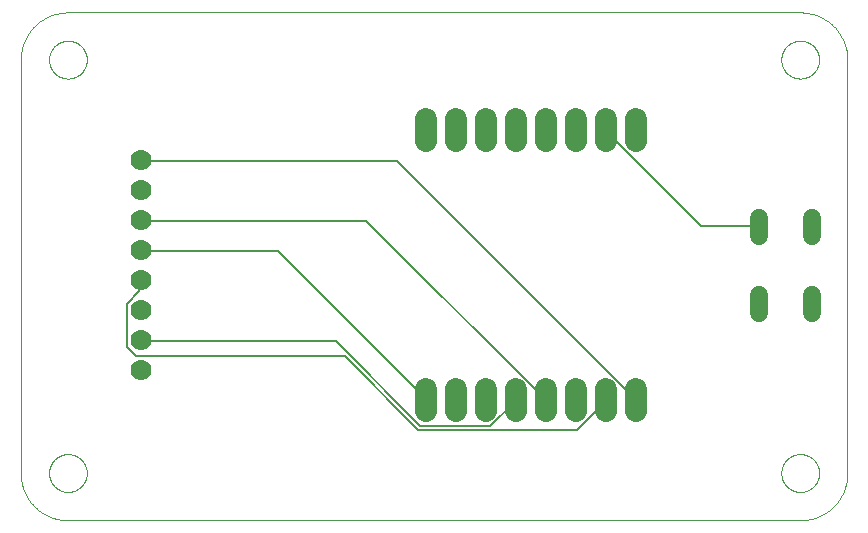
<source format=gtl>
G75*
%MOIN*%
%OFA0B0*%
%FSLAX25Y25*%
%IPPOS*%
%LPD*%
%AMOC8*
5,1,8,0,0,1.08239X$1,22.5*
%
%ADD10C,0.06000*%
%ADD11C,0.07000*%
%ADD12C,0.07200*%
%ADD13C,0.00000*%
%ADD14C,0.00600*%
D10*
X0293194Y0103356D02*
X0293194Y0109356D01*
X0310994Y0109356D02*
X0310994Y0103356D01*
X0310994Y0128956D02*
X0310994Y0134956D01*
X0293194Y0134956D02*
X0293194Y0128956D01*
D11*
X0087094Y0124156D03*
X0087094Y0114156D03*
X0087094Y0104156D03*
X0087094Y0094156D03*
X0087094Y0084156D03*
X0087094Y0134156D03*
X0087094Y0144156D03*
X0087094Y0154156D03*
D12*
X0182094Y0160556D02*
X0182094Y0167756D01*
X0192094Y0167756D02*
X0192094Y0160556D01*
X0202094Y0160556D02*
X0202094Y0167756D01*
X0212094Y0167756D02*
X0212094Y0160556D01*
X0222094Y0160556D02*
X0222094Y0167756D01*
X0232094Y0167756D02*
X0232094Y0160556D01*
X0242094Y0160556D02*
X0242094Y0167756D01*
X0252094Y0167756D02*
X0252094Y0160556D01*
X0252094Y0077756D02*
X0252094Y0070556D01*
X0242094Y0070556D02*
X0242094Y0077756D01*
X0232094Y0077756D02*
X0232094Y0070556D01*
X0222094Y0070556D02*
X0222094Y0077756D01*
X0212094Y0077756D02*
X0212094Y0070556D01*
X0202094Y0070556D02*
X0202094Y0077756D01*
X0192094Y0077756D02*
X0192094Y0070556D01*
X0182094Y0070556D02*
X0182094Y0077756D01*
D13*
X0062843Y0034156D02*
X0306937Y0034156D01*
X0300638Y0049904D02*
X0300640Y0050062D01*
X0300646Y0050220D01*
X0300656Y0050378D01*
X0300670Y0050536D01*
X0300688Y0050693D01*
X0300709Y0050850D01*
X0300735Y0051006D01*
X0300765Y0051162D01*
X0300798Y0051317D01*
X0300836Y0051470D01*
X0300877Y0051623D01*
X0300922Y0051775D01*
X0300971Y0051926D01*
X0301024Y0052075D01*
X0301080Y0052223D01*
X0301140Y0052369D01*
X0301204Y0052514D01*
X0301272Y0052657D01*
X0301343Y0052799D01*
X0301417Y0052939D01*
X0301495Y0053076D01*
X0301577Y0053212D01*
X0301661Y0053346D01*
X0301750Y0053477D01*
X0301841Y0053606D01*
X0301936Y0053733D01*
X0302033Y0053858D01*
X0302134Y0053980D01*
X0302238Y0054099D01*
X0302345Y0054216D01*
X0302455Y0054330D01*
X0302568Y0054441D01*
X0302683Y0054550D01*
X0302801Y0054655D01*
X0302922Y0054757D01*
X0303045Y0054857D01*
X0303171Y0054953D01*
X0303299Y0055046D01*
X0303429Y0055136D01*
X0303562Y0055222D01*
X0303697Y0055306D01*
X0303833Y0055385D01*
X0303972Y0055462D01*
X0304113Y0055534D01*
X0304255Y0055604D01*
X0304399Y0055669D01*
X0304545Y0055731D01*
X0304692Y0055789D01*
X0304841Y0055844D01*
X0304991Y0055895D01*
X0305142Y0055942D01*
X0305294Y0055985D01*
X0305447Y0056024D01*
X0305602Y0056060D01*
X0305757Y0056091D01*
X0305913Y0056119D01*
X0306069Y0056143D01*
X0306226Y0056163D01*
X0306384Y0056179D01*
X0306541Y0056191D01*
X0306700Y0056199D01*
X0306858Y0056203D01*
X0307016Y0056203D01*
X0307174Y0056199D01*
X0307333Y0056191D01*
X0307490Y0056179D01*
X0307648Y0056163D01*
X0307805Y0056143D01*
X0307961Y0056119D01*
X0308117Y0056091D01*
X0308272Y0056060D01*
X0308427Y0056024D01*
X0308580Y0055985D01*
X0308732Y0055942D01*
X0308883Y0055895D01*
X0309033Y0055844D01*
X0309182Y0055789D01*
X0309329Y0055731D01*
X0309475Y0055669D01*
X0309619Y0055604D01*
X0309761Y0055534D01*
X0309902Y0055462D01*
X0310041Y0055385D01*
X0310177Y0055306D01*
X0310312Y0055222D01*
X0310445Y0055136D01*
X0310575Y0055046D01*
X0310703Y0054953D01*
X0310829Y0054857D01*
X0310952Y0054757D01*
X0311073Y0054655D01*
X0311191Y0054550D01*
X0311306Y0054441D01*
X0311419Y0054330D01*
X0311529Y0054216D01*
X0311636Y0054099D01*
X0311740Y0053980D01*
X0311841Y0053858D01*
X0311938Y0053733D01*
X0312033Y0053606D01*
X0312124Y0053477D01*
X0312213Y0053346D01*
X0312297Y0053212D01*
X0312379Y0053076D01*
X0312457Y0052939D01*
X0312531Y0052799D01*
X0312602Y0052657D01*
X0312670Y0052514D01*
X0312734Y0052369D01*
X0312794Y0052223D01*
X0312850Y0052075D01*
X0312903Y0051926D01*
X0312952Y0051775D01*
X0312997Y0051623D01*
X0313038Y0051470D01*
X0313076Y0051317D01*
X0313109Y0051162D01*
X0313139Y0051006D01*
X0313165Y0050850D01*
X0313186Y0050693D01*
X0313204Y0050536D01*
X0313218Y0050378D01*
X0313228Y0050220D01*
X0313234Y0050062D01*
X0313236Y0049904D01*
X0313234Y0049746D01*
X0313228Y0049588D01*
X0313218Y0049430D01*
X0313204Y0049272D01*
X0313186Y0049115D01*
X0313165Y0048958D01*
X0313139Y0048802D01*
X0313109Y0048646D01*
X0313076Y0048491D01*
X0313038Y0048338D01*
X0312997Y0048185D01*
X0312952Y0048033D01*
X0312903Y0047882D01*
X0312850Y0047733D01*
X0312794Y0047585D01*
X0312734Y0047439D01*
X0312670Y0047294D01*
X0312602Y0047151D01*
X0312531Y0047009D01*
X0312457Y0046869D01*
X0312379Y0046732D01*
X0312297Y0046596D01*
X0312213Y0046462D01*
X0312124Y0046331D01*
X0312033Y0046202D01*
X0311938Y0046075D01*
X0311841Y0045950D01*
X0311740Y0045828D01*
X0311636Y0045709D01*
X0311529Y0045592D01*
X0311419Y0045478D01*
X0311306Y0045367D01*
X0311191Y0045258D01*
X0311073Y0045153D01*
X0310952Y0045051D01*
X0310829Y0044951D01*
X0310703Y0044855D01*
X0310575Y0044762D01*
X0310445Y0044672D01*
X0310312Y0044586D01*
X0310177Y0044502D01*
X0310041Y0044423D01*
X0309902Y0044346D01*
X0309761Y0044274D01*
X0309619Y0044204D01*
X0309475Y0044139D01*
X0309329Y0044077D01*
X0309182Y0044019D01*
X0309033Y0043964D01*
X0308883Y0043913D01*
X0308732Y0043866D01*
X0308580Y0043823D01*
X0308427Y0043784D01*
X0308272Y0043748D01*
X0308117Y0043717D01*
X0307961Y0043689D01*
X0307805Y0043665D01*
X0307648Y0043645D01*
X0307490Y0043629D01*
X0307333Y0043617D01*
X0307174Y0043609D01*
X0307016Y0043605D01*
X0306858Y0043605D01*
X0306700Y0043609D01*
X0306541Y0043617D01*
X0306384Y0043629D01*
X0306226Y0043645D01*
X0306069Y0043665D01*
X0305913Y0043689D01*
X0305757Y0043717D01*
X0305602Y0043748D01*
X0305447Y0043784D01*
X0305294Y0043823D01*
X0305142Y0043866D01*
X0304991Y0043913D01*
X0304841Y0043964D01*
X0304692Y0044019D01*
X0304545Y0044077D01*
X0304399Y0044139D01*
X0304255Y0044204D01*
X0304113Y0044274D01*
X0303972Y0044346D01*
X0303833Y0044423D01*
X0303697Y0044502D01*
X0303562Y0044586D01*
X0303429Y0044672D01*
X0303299Y0044762D01*
X0303171Y0044855D01*
X0303045Y0044951D01*
X0302922Y0045051D01*
X0302801Y0045153D01*
X0302683Y0045258D01*
X0302568Y0045367D01*
X0302455Y0045478D01*
X0302345Y0045592D01*
X0302238Y0045709D01*
X0302134Y0045828D01*
X0302033Y0045950D01*
X0301936Y0046075D01*
X0301841Y0046202D01*
X0301750Y0046331D01*
X0301661Y0046462D01*
X0301577Y0046596D01*
X0301495Y0046732D01*
X0301417Y0046869D01*
X0301343Y0047009D01*
X0301272Y0047151D01*
X0301204Y0047294D01*
X0301140Y0047439D01*
X0301080Y0047585D01*
X0301024Y0047733D01*
X0300971Y0047882D01*
X0300922Y0048033D01*
X0300877Y0048185D01*
X0300836Y0048338D01*
X0300798Y0048491D01*
X0300765Y0048646D01*
X0300735Y0048802D01*
X0300709Y0048958D01*
X0300688Y0049115D01*
X0300670Y0049272D01*
X0300656Y0049430D01*
X0300646Y0049588D01*
X0300640Y0049746D01*
X0300638Y0049904D01*
X0306937Y0034156D02*
X0307318Y0034161D01*
X0307698Y0034174D01*
X0308078Y0034197D01*
X0308457Y0034230D01*
X0308835Y0034271D01*
X0309212Y0034321D01*
X0309588Y0034381D01*
X0309963Y0034449D01*
X0310335Y0034527D01*
X0310706Y0034614D01*
X0311074Y0034709D01*
X0311440Y0034814D01*
X0311803Y0034927D01*
X0312164Y0035049D01*
X0312521Y0035179D01*
X0312875Y0035319D01*
X0313226Y0035466D01*
X0313573Y0035623D01*
X0313916Y0035787D01*
X0314255Y0035960D01*
X0314590Y0036141D01*
X0314921Y0036330D01*
X0315246Y0036527D01*
X0315567Y0036731D01*
X0315883Y0036944D01*
X0316193Y0037164D01*
X0316499Y0037391D01*
X0316798Y0037626D01*
X0317092Y0037868D01*
X0317380Y0038116D01*
X0317662Y0038372D01*
X0317937Y0038635D01*
X0318206Y0038904D01*
X0318469Y0039179D01*
X0318725Y0039461D01*
X0318973Y0039749D01*
X0319215Y0040043D01*
X0319450Y0040342D01*
X0319677Y0040648D01*
X0319897Y0040958D01*
X0320110Y0041274D01*
X0320314Y0041595D01*
X0320511Y0041920D01*
X0320700Y0042251D01*
X0320881Y0042586D01*
X0321054Y0042925D01*
X0321218Y0043268D01*
X0321375Y0043615D01*
X0321522Y0043966D01*
X0321662Y0044320D01*
X0321792Y0044677D01*
X0321914Y0045038D01*
X0322027Y0045401D01*
X0322132Y0045767D01*
X0322227Y0046135D01*
X0322314Y0046506D01*
X0322392Y0046878D01*
X0322460Y0047253D01*
X0322520Y0047629D01*
X0322570Y0048006D01*
X0322611Y0048384D01*
X0322644Y0048763D01*
X0322667Y0049143D01*
X0322680Y0049523D01*
X0322685Y0049904D01*
X0322685Y0187699D01*
X0300638Y0187699D02*
X0300640Y0187857D01*
X0300646Y0188015D01*
X0300656Y0188173D01*
X0300670Y0188331D01*
X0300688Y0188488D01*
X0300709Y0188645D01*
X0300735Y0188801D01*
X0300765Y0188957D01*
X0300798Y0189112D01*
X0300836Y0189265D01*
X0300877Y0189418D01*
X0300922Y0189570D01*
X0300971Y0189721D01*
X0301024Y0189870D01*
X0301080Y0190018D01*
X0301140Y0190164D01*
X0301204Y0190309D01*
X0301272Y0190452D01*
X0301343Y0190594D01*
X0301417Y0190734D01*
X0301495Y0190871D01*
X0301577Y0191007D01*
X0301661Y0191141D01*
X0301750Y0191272D01*
X0301841Y0191401D01*
X0301936Y0191528D01*
X0302033Y0191653D01*
X0302134Y0191775D01*
X0302238Y0191894D01*
X0302345Y0192011D01*
X0302455Y0192125D01*
X0302568Y0192236D01*
X0302683Y0192345D01*
X0302801Y0192450D01*
X0302922Y0192552D01*
X0303045Y0192652D01*
X0303171Y0192748D01*
X0303299Y0192841D01*
X0303429Y0192931D01*
X0303562Y0193017D01*
X0303697Y0193101D01*
X0303833Y0193180D01*
X0303972Y0193257D01*
X0304113Y0193329D01*
X0304255Y0193399D01*
X0304399Y0193464D01*
X0304545Y0193526D01*
X0304692Y0193584D01*
X0304841Y0193639D01*
X0304991Y0193690D01*
X0305142Y0193737D01*
X0305294Y0193780D01*
X0305447Y0193819D01*
X0305602Y0193855D01*
X0305757Y0193886D01*
X0305913Y0193914D01*
X0306069Y0193938D01*
X0306226Y0193958D01*
X0306384Y0193974D01*
X0306541Y0193986D01*
X0306700Y0193994D01*
X0306858Y0193998D01*
X0307016Y0193998D01*
X0307174Y0193994D01*
X0307333Y0193986D01*
X0307490Y0193974D01*
X0307648Y0193958D01*
X0307805Y0193938D01*
X0307961Y0193914D01*
X0308117Y0193886D01*
X0308272Y0193855D01*
X0308427Y0193819D01*
X0308580Y0193780D01*
X0308732Y0193737D01*
X0308883Y0193690D01*
X0309033Y0193639D01*
X0309182Y0193584D01*
X0309329Y0193526D01*
X0309475Y0193464D01*
X0309619Y0193399D01*
X0309761Y0193329D01*
X0309902Y0193257D01*
X0310041Y0193180D01*
X0310177Y0193101D01*
X0310312Y0193017D01*
X0310445Y0192931D01*
X0310575Y0192841D01*
X0310703Y0192748D01*
X0310829Y0192652D01*
X0310952Y0192552D01*
X0311073Y0192450D01*
X0311191Y0192345D01*
X0311306Y0192236D01*
X0311419Y0192125D01*
X0311529Y0192011D01*
X0311636Y0191894D01*
X0311740Y0191775D01*
X0311841Y0191653D01*
X0311938Y0191528D01*
X0312033Y0191401D01*
X0312124Y0191272D01*
X0312213Y0191141D01*
X0312297Y0191007D01*
X0312379Y0190871D01*
X0312457Y0190734D01*
X0312531Y0190594D01*
X0312602Y0190452D01*
X0312670Y0190309D01*
X0312734Y0190164D01*
X0312794Y0190018D01*
X0312850Y0189870D01*
X0312903Y0189721D01*
X0312952Y0189570D01*
X0312997Y0189418D01*
X0313038Y0189265D01*
X0313076Y0189112D01*
X0313109Y0188957D01*
X0313139Y0188801D01*
X0313165Y0188645D01*
X0313186Y0188488D01*
X0313204Y0188331D01*
X0313218Y0188173D01*
X0313228Y0188015D01*
X0313234Y0187857D01*
X0313236Y0187699D01*
X0313234Y0187541D01*
X0313228Y0187383D01*
X0313218Y0187225D01*
X0313204Y0187067D01*
X0313186Y0186910D01*
X0313165Y0186753D01*
X0313139Y0186597D01*
X0313109Y0186441D01*
X0313076Y0186286D01*
X0313038Y0186133D01*
X0312997Y0185980D01*
X0312952Y0185828D01*
X0312903Y0185677D01*
X0312850Y0185528D01*
X0312794Y0185380D01*
X0312734Y0185234D01*
X0312670Y0185089D01*
X0312602Y0184946D01*
X0312531Y0184804D01*
X0312457Y0184664D01*
X0312379Y0184527D01*
X0312297Y0184391D01*
X0312213Y0184257D01*
X0312124Y0184126D01*
X0312033Y0183997D01*
X0311938Y0183870D01*
X0311841Y0183745D01*
X0311740Y0183623D01*
X0311636Y0183504D01*
X0311529Y0183387D01*
X0311419Y0183273D01*
X0311306Y0183162D01*
X0311191Y0183053D01*
X0311073Y0182948D01*
X0310952Y0182846D01*
X0310829Y0182746D01*
X0310703Y0182650D01*
X0310575Y0182557D01*
X0310445Y0182467D01*
X0310312Y0182381D01*
X0310177Y0182297D01*
X0310041Y0182218D01*
X0309902Y0182141D01*
X0309761Y0182069D01*
X0309619Y0181999D01*
X0309475Y0181934D01*
X0309329Y0181872D01*
X0309182Y0181814D01*
X0309033Y0181759D01*
X0308883Y0181708D01*
X0308732Y0181661D01*
X0308580Y0181618D01*
X0308427Y0181579D01*
X0308272Y0181543D01*
X0308117Y0181512D01*
X0307961Y0181484D01*
X0307805Y0181460D01*
X0307648Y0181440D01*
X0307490Y0181424D01*
X0307333Y0181412D01*
X0307174Y0181404D01*
X0307016Y0181400D01*
X0306858Y0181400D01*
X0306700Y0181404D01*
X0306541Y0181412D01*
X0306384Y0181424D01*
X0306226Y0181440D01*
X0306069Y0181460D01*
X0305913Y0181484D01*
X0305757Y0181512D01*
X0305602Y0181543D01*
X0305447Y0181579D01*
X0305294Y0181618D01*
X0305142Y0181661D01*
X0304991Y0181708D01*
X0304841Y0181759D01*
X0304692Y0181814D01*
X0304545Y0181872D01*
X0304399Y0181934D01*
X0304255Y0181999D01*
X0304113Y0182069D01*
X0303972Y0182141D01*
X0303833Y0182218D01*
X0303697Y0182297D01*
X0303562Y0182381D01*
X0303429Y0182467D01*
X0303299Y0182557D01*
X0303171Y0182650D01*
X0303045Y0182746D01*
X0302922Y0182846D01*
X0302801Y0182948D01*
X0302683Y0183053D01*
X0302568Y0183162D01*
X0302455Y0183273D01*
X0302345Y0183387D01*
X0302238Y0183504D01*
X0302134Y0183623D01*
X0302033Y0183745D01*
X0301936Y0183870D01*
X0301841Y0183997D01*
X0301750Y0184126D01*
X0301661Y0184257D01*
X0301577Y0184391D01*
X0301495Y0184527D01*
X0301417Y0184664D01*
X0301343Y0184804D01*
X0301272Y0184946D01*
X0301204Y0185089D01*
X0301140Y0185234D01*
X0301080Y0185380D01*
X0301024Y0185528D01*
X0300971Y0185677D01*
X0300922Y0185828D01*
X0300877Y0185980D01*
X0300836Y0186133D01*
X0300798Y0186286D01*
X0300765Y0186441D01*
X0300735Y0186597D01*
X0300709Y0186753D01*
X0300688Y0186910D01*
X0300670Y0187067D01*
X0300656Y0187225D01*
X0300646Y0187383D01*
X0300640Y0187541D01*
X0300638Y0187699D01*
X0306937Y0203447D02*
X0307318Y0203442D01*
X0307698Y0203429D01*
X0308078Y0203406D01*
X0308457Y0203373D01*
X0308835Y0203332D01*
X0309212Y0203282D01*
X0309588Y0203222D01*
X0309963Y0203154D01*
X0310335Y0203076D01*
X0310706Y0202989D01*
X0311074Y0202894D01*
X0311440Y0202789D01*
X0311803Y0202676D01*
X0312164Y0202554D01*
X0312521Y0202424D01*
X0312875Y0202284D01*
X0313226Y0202137D01*
X0313573Y0201980D01*
X0313916Y0201816D01*
X0314255Y0201643D01*
X0314590Y0201462D01*
X0314921Y0201273D01*
X0315246Y0201076D01*
X0315567Y0200872D01*
X0315883Y0200659D01*
X0316193Y0200439D01*
X0316499Y0200212D01*
X0316798Y0199977D01*
X0317092Y0199735D01*
X0317380Y0199487D01*
X0317662Y0199231D01*
X0317937Y0198968D01*
X0318206Y0198699D01*
X0318469Y0198424D01*
X0318725Y0198142D01*
X0318973Y0197854D01*
X0319215Y0197560D01*
X0319450Y0197261D01*
X0319677Y0196955D01*
X0319897Y0196645D01*
X0320110Y0196329D01*
X0320314Y0196008D01*
X0320511Y0195683D01*
X0320700Y0195352D01*
X0320881Y0195017D01*
X0321054Y0194678D01*
X0321218Y0194335D01*
X0321375Y0193988D01*
X0321522Y0193637D01*
X0321662Y0193283D01*
X0321792Y0192926D01*
X0321914Y0192565D01*
X0322027Y0192202D01*
X0322132Y0191836D01*
X0322227Y0191468D01*
X0322314Y0191097D01*
X0322392Y0190725D01*
X0322460Y0190350D01*
X0322520Y0189974D01*
X0322570Y0189597D01*
X0322611Y0189219D01*
X0322644Y0188840D01*
X0322667Y0188460D01*
X0322680Y0188080D01*
X0322685Y0187699D01*
X0306937Y0203448D02*
X0062843Y0203448D01*
X0056544Y0187699D02*
X0056546Y0187857D01*
X0056552Y0188015D01*
X0056562Y0188173D01*
X0056576Y0188331D01*
X0056594Y0188488D01*
X0056615Y0188645D01*
X0056641Y0188801D01*
X0056671Y0188957D01*
X0056704Y0189112D01*
X0056742Y0189265D01*
X0056783Y0189418D01*
X0056828Y0189570D01*
X0056877Y0189721D01*
X0056930Y0189870D01*
X0056986Y0190018D01*
X0057046Y0190164D01*
X0057110Y0190309D01*
X0057178Y0190452D01*
X0057249Y0190594D01*
X0057323Y0190734D01*
X0057401Y0190871D01*
X0057483Y0191007D01*
X0057567Y0191141D01*
X0057656Y0191272D01*
X0057747Y0191401D01*
X0057842Y0191528D01*
X0057939Y0191653D01*
X0058040Y0191775D01*
X0058144Y0191894D01*
X0058251Y0192011D01*
X0058361Y0192125D01*
X0058474Y0192236D01*
X0058589Y0192345D01*
X0058707Y0192450D01*
X0058828Y0192552D01*
X0058951Y0192652D01*
X0059077Y0192748D01*
X0059205Y0192841D01*
X0059335Y0192931D01*
X0059468Y0193017D01*
X0059603Y0193101D01*
X0059739Y0193180D01*
X0059878Y0193257D01*
X0060019Y0193329D01*
X0060161Y0193399D01*
X0060305Y0193464D01*
X0060451Y0193526D01*
X0060598Y0193584D01*
X0060747Y0193639D01*
X0060897Y0193690D01*
X0061048Y0193737D01*
X0061200Y0193780D01*
X0061353Y0193819D01*
X0061508Y0193855D01*
X0061663Y0193886D01*
X0061819Y0193914D01*
X0061975Y0193938D01*
X0062132Y0193958D01*
X0062290Y0193974D01*
X0062447Y0193986D01*
X0062606Y0193994D01*
X0062764Y0193998D01*
X0062922Y0193998D01*
X0063080Y0193994D01*
X0063239Y0193986D01*
X0063396Y0193974D01*
X0063554Y0193958D01*
X0063711Y0193938D01*
X0063867Y0193914D01*
X0064023Y0193886D01*
X0064178Y0193855D01*
X0064333Y0193819D01*
X0064486Y0193780D01*
X0064638Y0193737D01*
X0064789Y0193690D01*
X0064939Y0193639D01*
X0065088Y0193584D01*
X0065235Y0193526D01*
X0065381Y0193464D01*
X0065525Y0193399D01*
X0065667Y0193329D01*
X0065808Y0193257D01*
X0065947Y0193180D01*
X0066083Y0193101D01*
X0066218Y0193017D01*
X0066351Y0192931D01*
X0066481Y0192841D01*
X0066609Y0192748D01*
X0066735Y0192652D01*
X0066858Y0192552D01*
X0066979Y0192450D01*
X0067097Y0192345D01*
X0067212Y0192236D01*
X0067325Y0192125D01*
X0067435Y0192011D01*
X0067542Y0191894D01*
X0067646Y0191775D01*
X0067747Y0191653D01*
X0067844Y0191528D01*
X0067939Y0191401D01*
X0068030Y0191272D01*
X0068119Y0191141D01*
X0068203Y0191007D01*
X0068285Y0190871D01*
X0068363Y0190734D01*
X0068437Y0190594D01*
X0068508Y0190452D01*
X0068576Y0190309D01*
X0068640Y0190164D01*
X0068700Y0190018D01*
X0068756Y0189870D01*
X0068809Y0189721D01*
X0068858Y0189570D01*
X0068903Y0189418D01*
X0068944Y0189265D01*
X0068982Y0189112D01*
X0069015Y0188957D01*
X0069045Y0188801D01*
X0069071Y0188645D01*
X0069092Y0188488D01*
X0069110Y0188331D01*
X0069124Y0188173D01*
X0069134Y0188015D01*
X0069140Y0187857D01*
X0069142Y0187699D01*
X0069140Y0187541D01*
X0069134Y0187383D01*
X0069124Y0187225D01*
X0069110Y0187067D01*
X0069092Y0186910D01*
X0069071Y0186753D01*
X0069045Y0186597D01*
X0069015Y0186441D01*
X0068982Y0186286D01*
X0068944Y0186133D01*
X0068903Y0185980D01*
X0068858Y0185828D01*
X0068809Y0185677D01*
X0068756Y0185528D01*
X0068700Y0185380D01*
X0068640Y0185234D01*
X0068576Y0185089D01*
X0068508Y0184946D01*
X0068437Y0184804D01*
X0068363Y0184664D01*
X0068285Y0184527D01*
X0068203Y0184391D01*
X0068119Y0184257D01*
X0068030Y0184126D01*
X0067939Y0183997D01*
X0067844Y0183870D01*
X0067747Y0183745D01*
X0067646Y0183623D01*
X0067542Y0183504D01*
X0067435Y0183387D01*
X0067325Y0183273D01*
X0067212Y0183162D01*
X0067097Y0183053D01*
X0066979Y0182948D01*
X0066858Y0182846D01*
X0066735Y0182746D01*
X0066609Y0182650D01*
X0066481Y0182557D01*
X0066351Y0182467D01*
X0066218Y0182381D01*
X0066083Y0182297D01*
X0065947Y0182218D01*
X0065808Y0182141D01*
X0065667Y0182069D01*
X0065525Y0181999D01*
X0065381Y0181934D01*
X0065235Y0181872D01*
X0065088Y0181814D01*
X0064939Y0181759D01*
X0064789Y0181708D01*
X0064638Y0181661D01*
X0064486Y0181618D01*
X0064333Y0181579D01*
X0064178Y0181543D01*
X0064023Y0181512D01*
X0063867Y0181484D01*
X0063711Y0181460D01*
X0063554Y0181440D01*
X0063396Y0181424D01*
X0063239Y0181412D01*
X0063080Y0181404D01*
X0062922Y0181400D01*
X0062764Y0181400D01*
X0062606Y0181404D01*
X0062447Y0181412D01*
X0062290Y0181424D01*
X0062132Y0181440D01*
X0061975Y0181460D01*
X0061819Y0181484D01*
X0061663Y0181512D01*
X0061508Y0181543D01*
X0061353Y0181579D01*
X0061200Y0181618D01*
X0061048Y0181661D01*
X0060897Y0181708D01*
X0060747Y0181759D01*
X0060598Y0181814D01*
X0060451Y0181872D01*
X0060305Y0181934D01*
X0060161Y0181999D01*
X0060019Y0182069D01*
X0059878Y0182141D01*
X0059739Y0182218D01*
X0059603Y0182297D01*
X0059468Y0182381D01*
X0059335Y0182467D01*
X0059205Y0182557D01*
X0059077Y0182650D01*
X0058951Y0182746D01*
X0058828Y0182846D01*
X0058707Y0182948D01*
X0058589Y0183053D01*
X0058474Y0183162D01*
X0058361Y0183273D01*
X0058251Y0183387D01*
X0058144Y0183504D01*
X0058040Y0183623D01*
X0057939Y0183745D01*
X0057842Y0183870D01*
X0057747Y0183997D01*
X0057656Y0184126D01*
X0057567Y0184257D01*
X0057483Y0184391D01*
X0057401Y0184527D01*
X0057323Y0184664D01*
X0057249Y0184804D01*
X0057178Y0184946D01*
X0057110Y0185089D01*
X0057046Y0185234D01*
X0056986Y0185380D01*
X0056930Y0185528D01*
X0056877Y0185677D01*
X0056828Y0185828D01*
X0056783Y0185980D01*
X0056742Y0186133D01*
X0056704Y0186286D01*
X0056671Y0186441D01*
X0056641Y0186597D01*
X0056615Y0186753D01*
X0056594Y0186910D01*
X0056576Y0187067D01*
X0056562Y0187225D01*
X0056552Y0187383D01*
X0056546Y0187541D01*
X0056544Y0187699D01*
X0047095Y0187699D02*
X0047100Y0188080D01*
X0047113Y0188460D01*
X0047136Y0188840D01*
X0047169Y0189219D01*
X0047210Y0189597D01*
X0047260Y0189974D01*
X0047320Y0190350D01*
X0047388Y0190725D01*
X0047466Y0191097D01*
X0047553Y0191468D01*
X0047648Y0191836D01*
X0047753Y0192202D01*
X0047866Y0192565D01*
X0047988Y0192926D01*
X0048118Y0193283D01*
X0048258Y0193637D01*
X0048405Y0193988D01*
X0048562Y0194335D01*
X0048726Y0194678D01*
X0048899Y0195017D01*
X0049080Y0195352D01*
X0049269Y0195683D01*
X0049466Y0196008D01*
X0049670Y0196329D01*
X0049883Y0196645D01*
X0050103Y0196955D01*
X0050330Y0197261D01*
X0050565Y0197560D01*
X0050807Y0197854D01*
X0051055Y0198142D01*
X0051311Y0198424D01*
X0051574Y0198699D01*
X0051843Y0198968D01*
X0052118Y0199231D01*
X0052400Y0199487D01*
X0052688Y0199735D01*
X0052982Y0199977D01*
X0053281Y0200212D01*
X0053587Y0200439D01*
X0053897Y0200659D01*
X0054213Y0200872D01*
X0054534Y0201076D01*
X0054859Y0201273D01*
X0055190Y0201462D01*
X0055525Y0201643D01*
X0055864Y0201816D01*
X0056207Y0201980D01*
X0056554Y0202137D01*
X0056905Y0202284D01*
X0057259Y0202424D01*
X0057616Y0202554D01*
X0057977Y0202676D01*
X0058340Y0202789D01*
X0058706Y0202894D01*
X0059074Y0202989D01*
X0059445Y0203076D01*
X0059817Y0203154D01*
X0060192Y0203222D01*
X0060568Y0203282D01*
X0060945Y0203332D01*
X0061323Y0203373D01*
X0061702Y0203406D01*
X0062082Y0203429D01*
X0062462Y0203442D01*
X0062843Y0203447D01*
X0047094Y0187699D02*
X0047094Y0049904D01*
X0056544Y0049904D02*
X0056546Y0050062D01*
X0056552Y0050220D01*
X0056562Y0050378D01*
X0056576Y0050536D01*
X0056594Y0050693D01*
X0056615Y0050850D01*
X0056641Y0051006D01*
X0056671Y0051162D01*
X0056704Y0051317D01*
X0056742Y0051470D01*
X0056783Y0051623D01*
X0056828Y0051775D01*
X0056877Y0051926D01*
X0056930Y0052075D01*
X0056986Y0052223D01*
X0057046Y0052369D01*
X0057110Y0052514D01*
X0057178Y0052657D01*
X0057249Y0052799D01*
X0057323Y0052939D01*
X0057401Y0053076D01*
X0057483Y0053212D01*
X0057567Y0053346D01*
X0057656Y0053477D01*
X0057747Y0053606D01*
X0057842Y0053733D01*
X0057939Y0053858D01*
X0058040Y0053980D01*
X0058144Y0054099D01*
X0058251Y0054216D01*
X0058361Y0054330D01*
X0058474Y0054441D01*
X0058589Y0054550D01*
X0058707Y0054655D01*
X0058828Y0054757D01*
X0058951Y0054857D01*
X0059077Y0054953D01*
X0059205Y0055046D01*
X0059335Y0055136D01*
X0059468Y0055222D01*
X0059603Y0055306D01*
X0059739Y0055385D01*
X0059878Y0055462D01*
X0060019Y0055534D01*
X0060161Y0055604D01*
X0060305Y0055669D01*
X0060451Y0055731D01*
X0060598Y0055789D01*
X0060747Y0055844D01*
X0060897Y0055895D01*
X0061048Y0055942D01*
X0061200Y0055985D01*
X0061353Y0056024D01*
X0061508Y0056060D01*
X0061663Y0056091D01*
X0061819Y0056119D01*
X0061975Y0056143D01*
X0062132Y0056163D01*
X0062290Y0056179D01*
X0062447Y0056191D01*
X0062606Y0056199D01*
X0062764Y0056203D01*
X0062922Y0056203D01*
X0063080Y0056199D01*
X0063239Y0056191D01*
X0063396Y0056179D01*
X0063554Y0056163D01*
X0063711Y0056143D01*
X0063867Y0056119D01*
X0064023Y0056091D01*
X0064178Y0056060D01*
X0064333Y0056024D01*
X0064486Y0055985D01*
X0064638Y0055942D01*
X0064789Y0055895D01*
X0064939Y0055844D01*
X0065088Y0055789D01*
X0065235Y0055731D01*
X0065381Y0055669D01*
X0065525Y0055604D01*
X0065667Y0055534D01*
X0065808Y0055462D01*
X0065947Y0055385D01*
X0066083Y0055306D01*
X0066218Y0055222D01*
X0066351Y0055136D01*
X0066481Y0055046D01*
X0066609Y0054953D01*
X0066735Y0054857D01*
X0066858Y0054757D01*
X0066979Y0054655D01*
X0067097Y0054550D01*
X0067212Y0054441D01*
X0067325Y0054330D01*
X0067435Y0054216D01*
X0067542Y0054099D01*
X0067646Y0053980D01*
X0067747Y0053858D01*
X0067844Y0053733D01*
X0067939Y0053606D01*
X0068030Y0053477D01*
X0068119Y0053346D01*
X0068203Y0053212D01*
X0068285Y0053076D01*
X0068363Y0052939D01*
X0068437Y0052799D01*
X0068508Y0052657D01*
X0068576Y0052514D01*
X0068640Y0052369D01*
X0068700Y0052223D01*
X0068756Y0052075D01*
X0068809Y0051926D01*
X0068858Y0051775D01*
X0068903Y0051623D01*
X0068944Y0051470D01*
X0068982Y0051317D01*
X0069015Y0051162D01*
X0069045Y0051006D01*
X0069071Y0050850D01*
X0069092Y0050693D01*
X0069110Y0050536D01*
X0069124Y0050378D01*
X0069134Y0050220D01*
X0069140Y0050062D01*
X0069142Y0049904D01*
X0069140Y0049746D01*
X0069134Y0049588D01*
X0069124Y0049430D01*
X0069110Y0049272D01*
X0069092Y0049115D01*
X0069071Y0048958D01*
X0069045Y0048802D01*
X0069015Y0048646D01*
X0068982Y0048491D01*
X0068944Y0048338D01*
X0068903Y0048185D01*
X0068858Y0048033D01*
X0068809Y0047882D01*
X0068756Y0047733D01*
X0068700Y0047585D01*
X0068640Y0047439D01*
X0068576Y0047294D01*
X0068508Y0047151D01*
X0068437Y0047009D01*
X0068363Y0046869D01*
X0068285Y0046732D01*
X0068203Y0046596D01*
X0068119Y0046462D01*
X0068030Y0046331D01*
X0067939Y0046202D01*
X0067844Y0046075D01*
X0067747Y0045950D01*
X0067646Y0045828D01*
X0067542Y0045709D01*
X0067435Y0045592D01*
X0067325Y0045478D01*
X0067212Y0045367D01*
X0067097Y0045258D01*
X0066979Y0045153D01*
X0066858Y0045051D01*
X0066735Y0044951D01*
X0066609Y0044855D01*
X0066481Y0044762D01*
X0066351Y0044672D01*
X0066218Y0044586D01*
X0066083Y0044502D01*
X0065947Y0044423D01*
X0065808Y0044346D01*
X0065667Y0044274D01*
X0065525Y0044204D01*
X0065381Y0044139D01*
X0065235Y0044077D01*
X0065088Y0044019D01*
X0064939Y0043964D01*
X0064789Y0043913D01*
X0064638Y0043866D01*
X0064486Y0043823D01*
X0064333Y0043784D01*
X0064178Y0043748D01*
X0064023Y0043717D01*
X0063867Y0043689D01*
X0063711Y0043665D01*
X0063554Y0043645D01*
X0063396Y0043629D01*
X0063239Y0043617D01*
X0063080Y0043609D01*
X0062922Y0043605D01*
X0062764Y0043605D01*
X0062606Y0043609D01*
X0062447Y0043617D01*
X0062290Y0043629D01*
X0062132Y0043645D01*
X0061975Y0043665D01*
X0061819Y0043689D01*
X0061663Y0043717D01*
X0061508Y0043748D01*
X0061353Y0043784D01*
X0061200Y0043823D01*
X0061048Y0043866D01*
X0060897Y0043913D01*
X0060747Y0043964D01*
X0060598Y0044019D01*
X0060451Y0044077D01*
X0060305Y0044139D01*
X0060161Y0044204D01*
X0060019Y0044274D01*
X0059878Y0044346D01*
X0059739Y0044423D01*
X0059603Y0044502D01*
X0059468Y0044586D01*
X0059335Y0044672D01*
X0059205Y0044762D01*
X0059077Y0044855D01*
X0058951Y0044951D01*
X0058828Y0045051D01*
X0058707Y0045153D01*
X0058589Y0045258D01*
X0058474Y0045367D01*
X0058361Y0045478D01*
X0058251Y0045592D01*
X0058144Y0045709D01*
X0058040Y0045828D01*
X0057939Y0045950D01*
X0057842Y0046075D01*
X0057747Y0046202D01*
X0057656Y0046331D01*
X0057567Y0046462D01*
X0057483Y0046596D01*
X0057401Y0046732D01*
X0057323Y0046869D01*
X0057249Y0047009D01*
X0057178Y0047151D01*
X0057110Y0047294D01*
X0057046Y0047439D01*
X0056986Y0047585D01*
X0056930Y0047733D01*
X0056877Y0047882D01*
X0056828Y0048033D01*
X0056783Y0048185D01*
X0056742Y0048338D01*
X0056704Y0048491D01*
X0056671Y0048646D01*
X0056641Y0048802D01*
X0056615Y0048958D01*
X0056594Y0049115D01*
X0056576Y0049272D01*
X0056562Y0049430D01*
X0056552Y0049588D01*
X0056546Y0049746D01*
X0056544Y0049904D01*
X0047095Y0049904D02*
X0047100Y0049523D01*
X0047113Y0049143D01*
X0047136Y0048763D01*
X0047169Y0048384D01*
X0047210Y0048006D01*
X0047260Y0047629D01*
X0047320Y0047253D01*
X0047388Y0046878D01*
X0047466Y0046506D01*
X0047553Y0046135D01*
X0047648Y0045767D01*
X0047753Y0045401D01*
X0047866Y0045038D01*
X0047988Y0044677D01*
X0048118Y0044320D01*
X0048258Y0043966D01*
X0048405Y0043615D01*
X0048562Y0043268D01*
X0048726Y0042925D01*
X0048899Y0042586D01*
X0049080Y0042251D01*
X0049269Y0041920D01*
X0049466Y0041595D01*
X0049670Y0041274D01*
X0049883Y0040958D01*
X0050103Y0040648D01*
X0050330Y0040342D01*
X0050565Y0040043D01*
X0050807Y0039749D01*
X0051055Y0039461D01*
X0051311Y0039179D01*
X0051574Y0038904D01*
X0051843Y0038635D01*
X0052118Y0038372D01*
X0052400Y0038116D01*
X0052688Y0037868D01*
X0052982Y0037626D01*
X0053281Y0037391D01*
X0053587Y0037164D01*
X0053897Y0036944D01*
X0054213Y0036731D01*
X0054534Y0036527D01*
X0054859Y0036330D01*
X0055190Y0036141D01*
X0055525Y0035960D01*
X0055864Y0035787D01*
X0056207Y0035623D01*
X0056554Y0035466D01*
X0056905Y0035319D01*
X0057259Y0035179D01*
X0057616Y0035049D01*
X0057977Y0034927D01*
X0058340Y0034814D01*
X0058706Y0034709D01*
X0059074Y0034614D01*
X0059445Y0034527D01*
X0059817Y0034449D01*
X0060192Y0034381D01*
X0060568Y0034321D01*
X0060945Y0034271D01*
X0061323Y0034230D01*
X0061702Y0034197D01*
X0062082Y0034174D01*
X0062462Y0034161D01*
X0062843Y0034156D01*
D14*
X0085494Y0088956D02*
X0155094Y0088956D01*
X0179694Y0064356D01*
X0232494Y0064356D01*
X0242094Y0073956D01*
X0242094Y0074156D01*
X0252094Y0074156D02*
X0172494Y0153756D01*
X0087294Y0153756D01*
X0087094Y0154156D01*
X0087094Y0134156D02*
X0087294Y0133956D01*
X0162294Y0133956D01*
X0222094Y0074156D01*
X0212094Y0074156D02*
X0212094Y0073956D01*
X0203694Y0065556D01*
X0180294Y0065556D01*
X0152094Y0093756D01*
X0087294Y0093756D01*
X0087094Y0094156D01*
X0082494Y0091956D02*
X0085494Y0088956D01*
X0082494Y0091956D02*
X0082494Y0106356D01*
X0086694Y0110556D01*
X0086694Y0114156D01*
X0087094Y0114156D01*
X0087294Y0123756D02*
X0087094Y0124156D01*
X0087294Y0123756D02*
X0132894Y0123756D01*
X0182094Y0074556D01*
X0182094Y0074156D01*
X0242094Y0163956D02*
X0273894Y0132156D01*
X0293094Y0132156D01*
X0293194Y0131956D01*
X0242094Y0163956D02*
X0242094Y0164156D01*
M02*

</source>
